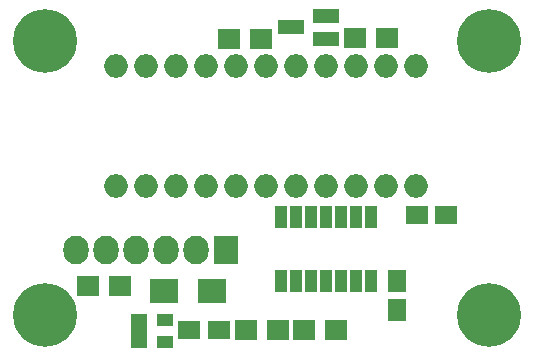
<source format=gbr>
G04 #@! TF.FileFunction,Soldermask,Top*
%FSLAX46Y46*%
G04 Gerber Fmt 4.6, Leading zero omitted, Abs format (unit mm)*
G04 Created by KiCad (PCBNEW 4.0.5+dfsg1-4) date Wed Oct 11 15:00:53 2017*
%MOMM*%
%LPD*%
G01*
G04 APERTURE LIST*
%ADD10C,0.100000*%
%ADD11O,2.000000X2.000000*%
%ADD12R,1.650000X1.900000*%
%ADD13R,1.900000X1.650000*%
%ADD14R,2.400000X2.000000*%
%ADD15R,2.127200X2.432000*%
%ADD16O,2.127200X2.432000*%
%ADD17R,2.300000X1.200000*%
%ADD18R,1.900000X1.700000*%
%ADD19R,1.460000X1.050000*%
%ADD20R,1.000000X1.900000*%
%ADD21C,5.400000*%
G04 APERTURE END LIST*
D10*
D11*
X142240000Y-88646000D03*
X139700000Y-88646000D03*
X137160000Y-88646000D03*
X134620000Y-88646000D03*
X132080000Y-88646000D03*
X129540000Y-88646000D03*
X127000000Y-88646000D03*
X124460000Y-88646000D03*
X121920000Y-88646000D03*
X119380000Y-88646000D03*
X116840000Y-88646000D03*
X116840000Y-78486000D03*
X119380000Y-78486000D03*
X121920000Y-78486000D03*
X124460000Y-78486000D03*
X127000000Y-78486000D03*
X129540000Y-78486000D03*
X132080000Y-78486000D03*
X134620000Y-78486000D03*
X137160000Y-78486000D03*
X139700000Y-78486000D03*
X142240000Y-78486000D03*
D12*
X140564880Y-96647760D03*
X140564880Y-99147760D03*
D13*
X125514880Y-100797760D03*
X123014880Y-100797760D03*
D14*
X120914880Y-97497760D03*
X124914880Y-97497760D03*
D15*
X126164880Y-93997760D03*
D16*
X123624880Y-93997760D03*
X121084880Y-93997760D03*
X118544880Y-93997760D03*
X116004880Y-93997760D03*
X113464880Y-93997760D03*
D17*
X134596000Y-76134000D03*
X134596000Y-74234000D03*
X131596000Y-75184000D03*
D18*
X132739880Y-100797760D03*
X135439880Y-100797760D03*
X127789880Y-100797760D03*
X130489880Y-100797760D03*
X114414880Y-97097760D03*
X117114880Y-97097760D03*
X137029200Y-76047600D03*
X139729200Y-76047600D03*
X129112000Y-76200000D03*
X126412000Y-76200000D03*
D19*
X118764880Y-99947760D03*
X118764880Y-100897760D03*
X118764880Y-101847760D03*
X120964880Y-101847760D03*
X120964880Y-99947760D03*
D20*
X138430000Y-91280000D03*
X137160000Y-91280000D03*
X135890000Y-91280000D03*
X134620000Y-91280000D03*
X133350000Y-91280000D03*
X132080000Y-91280000D03*
X130810000Y-91280000D03*
X130810000Y-96680000D03*
X132080000Y-96680000D03*
X133350000Y-96680000D03*
X134620000Y-96680000D03*
X135890000Y-96680000D03*
X137160000Y-96680000D03*
X138430000Y-96680000D03*
D13*
X144760000Y-91033600D03*
X142260000Y-91033600D03*
D21*
X110764880Y-76297760D03*
X148364880Y-76297760D03*
X110764880Y-99497760D03*
X148364880Y-99497760D03*
M02*

</source>
